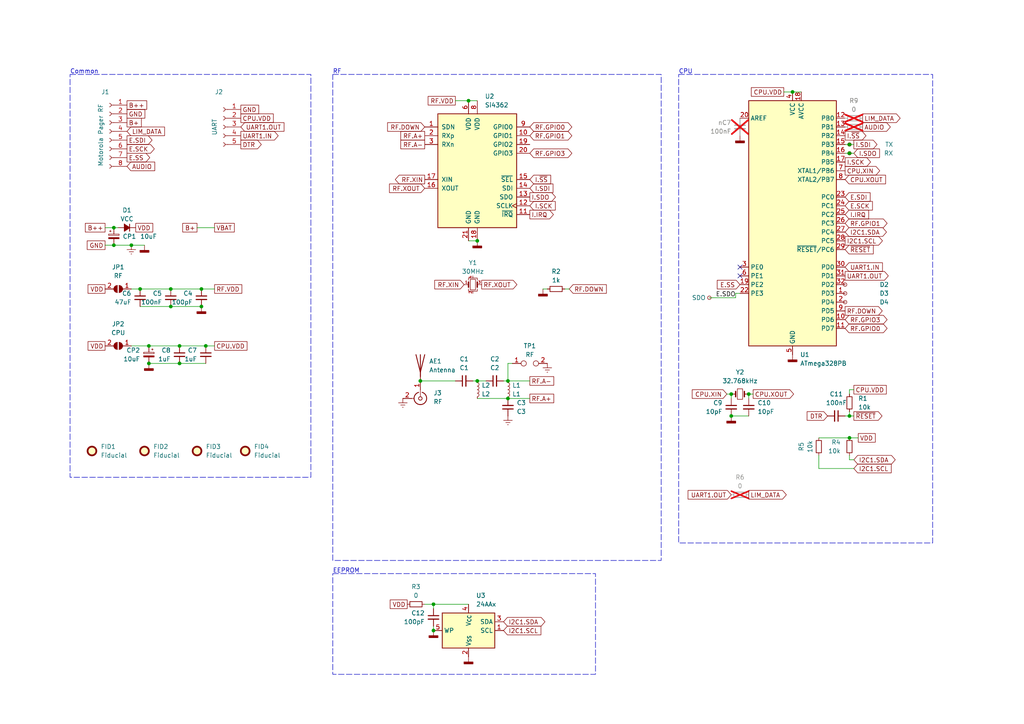
<source format=kicad_sch>
(kicad_sch (version 20230121) (generator eeschema)
  (paper "A4")
  (lib_symbols
    (symbol "Connector:Conn_01x05_Socket" (pin_names (offset 1.016) hide)
      (property "Reference" "J" (at 0 7.62 0))
      (property "Value" "Conn_01x05_Socket" (at 0 -7.62 0))
      (symbol "Conn_01x05_Socket_1_1"
        (arc (start 0 -4.572) (mid -0.5058 -5.08) (end 0 -5.588) (stroke (width 0.1524)))
        (arc (start 0 -2.032) (mid -0.5058 -2.54) (end 0 -3.048) (stroke (width 0.1524)))
        (polyline (pts (xy -1.27 -5.08) (xy -0.508 -5.08)) (stroke (width 0.1524)))
        (polyline (pts (xy -1.27 -2.54) (xy -0.508 -2.54)) (stroke (width 0.1524)))
        (polyline (pts (xy -1.27 0) (xy -0.508 0)) (stroke (width 0.1524)))
        (polyline (pts (xy -1.27 2.54) (xy -0.508 2.54)) (stroke (width 0.1524)))
        (polyline (pts (xy -1.27 5.08) (xy -0.508 5.08)) (stroke (width 0.1524)))
        (arc (start 0 0.508) (mid -0.5058 0) (end 0 -0.508) (stroke (width 0.1524)))
        (arc (start 0 3.048) (mid -0.5058 2.54) (end 0 2.032) (stroke (width 0.1524)))
        (arc (start 0 5.588) (mid -0.5058 5.08) (end 0 4.572) (stroke (width 0.1524)))
        (pin passive line (at -5.08 5.08 0) (length 3.81) (name "Pin_1") (number "1"))
        (pin passive line (at -5.08 2.54 0) (length 3.81) (name "Pin_2") (number "2"))
        (pin passive line (at -5.08 0 0) (length 3.81) (name "Pin_3") (number "3"))
        (pin passive line (at -5.08 -2.54 0) (length 3.81) (name "Pin_4") (number "4"))
        (pin passive line (at -5.08 -5.08 0) (length 3.81) (name "Pin_5") (number "5"))
      )
    )
    (symbol "Connector:Conn_01x08_Socket" (pin_names (offset 1.016) hide)
      (property "Reference" "J" (at 0 10.16 0))
      (property "Value" "Conn_01x08_Socket" (at 0 -12.7 0))
      (symbol "Conn_01x08_Socket_1_1"
        (arc (start 0 -9.652) (mid -0.5058 -10.16) (end 0 -10.668) (stroke (width 0.1524)))
        (arc (start 0 -7.112) (mid -0.5058 -7.62) (end 0 -8.128) (stroke (width 0.1524)))
        (arc (start 0 -4.572) (mid -0.5058 -5.08) (end 0 -5.588) (stroke (width 0.1524)))
        (arc (start 0 -2.032) (mid -0.5058 -2.54) (end 0 -3.048) (stroke (width 0.1524)))
        (polyline (pts (xy -1.27 -10.16) (xy -0.508 -10.16)) (stroke (width 0.1524)))
        (polyline (pts (xy -1.27 -7.62) (xy -0.508 -7.62)) (stroke (width 0.1524)))
        (polyline (pts (xy -1.27 -5.08) (xy -0.508 -5.08)) (stroke (width 0.1524)))
        (polyline (pts (xy -1.27 -2.54) (xy -0.508 -2.54)) (stroke (width 0.1524)))
        (polyline (pts (xy -1.27 0) (xy -0.508 0)) (stroke (width 0.1524)))
        (polyline (pts (xy -1.27 2.54) (xy -0.508 2.54)) (stroke (width 0.1524)))
        (polyline (pts (xy -1.27 5.08) (xy -0.508 5.08)) (stroke (width 0.1524)))
        (polyline (pts (xy -1.27 7.62) (xy -0.508 7.62)) (stroke (width 0.1524)))
        (arc (start 0 0.508) (mid -0.5058 0) (end 0 -0.508) (stroke (width 0.1524)))
        (arc (start 0 3.048) (mid -0.5058 2.54) (end 0 2.032) (stroke (width 0.1524)))
        (arc (start 0 5.588) (mid -0.5058 5.08) (end 0 4.572) (stroke (width 0.1524)))
        (arc (start 0 8.128) (mid -0.5058 7.62) (end 0 7.112) (stroke (width 0.1524)))
        (pin passive line (at -5.08 7.62 0) (length 3.81) (name "Pin_1") (number "1"))
        (pin passive line (at -5.08 5.08 0) (length 3.81) (name "Pin_2") (number "2"))
        (pin passive line (at -5.08 2.54 0) (length 3.81) (name "Pin_3") (number "3"))
        (pin passive line (at -5.08 0 0) (length 3.81) (name "Pin_4") (number "4"))
        (pin passive line (at -5.08 -2.54 0) (length 3.81) (name "Pin_5") (number "5"))
        (pin passive line (at -5.08 -5.08 0) (length 3.81) (name "Pin_6") (number "6"))
        (pin passive line (at -5.08 -7.62 0) (length 3.81) (name "Pin_7") (number "7"))
        (pin passive line (at -5.08 -10.16 0) (length 3.81) (name "Pin_8") (number "8"))
      )
    )
    (symbol "Connector:Conn_Coaxial" (pin_names (offset 1.016) hide)
      (property "Reference" "J" (at 0.254 3.048 0))
      (property "Value" "Conn_Coaxial" (at 2.921 0 90))
      (symbol "Conn_Coaxial_0_1"
        (arc (start -1.778 -0.508) (mid 0.2311 -1.8066) (end 1.778 0) (stroke (width 0.254)))
        (polyline (pts (xy -2.54 0) (xy -0.508 0)))
        (polyline (pts (xy 0 -2.54) (xy 0 -1.778)))
        (circle (center 0 0) (radius 0.508) (stroke (width 0.2032)))
        (arc (start 1.778 0) (mid 0.2099 1.8101) (end -1.778 0.508) (stroke (width 0.254)))
      )
      (symbol "Conn_Coaxial_1_1"
        (pin passive line (at -5.08 0 0) (length 2.54) (name "In") (number "1"))
        (pin passive line (at 0 -5.08 90) (length 2.54) (name "Ext") (number "2"))
      )
    )
    (symbol "Connector:TestPoint_2Pole" (pin_names (offset 0.762) hide)
      (property "Reference" "TP" (at 0 1.524 0))
      (property "Value" "TestPoint_2Pole" (at 0 -1.778 0))
      (symbol "TestPoint_2Pole_0_1"
        (circle (center -1.778 0) (radius 0.762))
        (circle (center 1.778 0) (radius 0.762))
        (pin passive line (at -5.08 0 0) (length 2.54) (name "1") (number "1"))
        (pin passive line (at 5.08 0 180) (length 2.54) (name "2") (number "2"))
      )
    )
    (symbol "Connector:TestPoint_Small" (pin_numbers hide) (pin_names (offset 0.762) hide)
      (property "Reference" "TP" (at 0 3.81 0))
      (property "Value" "TestPoint_Small" (at 0 2.032 0))
      (symbol "TestPoint_Small_0_1"
        (circle (center 0 0) (radius 0.508))
      )
      (symbol "TestPoint_Small_1_1"
        (pin passive line (at 0 0 90) (length 0) (name "1") (number "1"))
      )
    )
    (symbol "Device:Antenna" (pin_numbers hide) (pin_names (offset 1.016) hide)
      (property "Reference" "AE" (at -1.905 1.905 0))
      (property "Value" "Antenna" (at -1.905 0 0))
      (symbol "Antenna_0_1"
        (polyline (pts (xy 0 2.54) (xy 0 -3.81)) (stroke (width 0.254)))
        (polyline (pts (xy 1.27 2.54) (xy 0 -2.54) (xy -1.27 2.54)) (stroke (width 0.254)))
      )
      (symbol "Antenna_1_1"
        (pin input line (at 0 -5.08 90) (length 2.54) (name "A") (number "1"))
      )
    )
    (symbol "Device:C_Polarized_Small" (pin_numbers hide) (pin_names (offset 0.254) hide)
      (property "Reference" "C" (at 0.254 1.778 0))
      (property "Value" "C_Polarized_Small" (at 0.254 -2.032 0))
      (symbol "C_Polarized_Small_0_1"
        (rectangle (start -1.524 -0.3048) (end 1.524 -0.6858) (fill (type outline)))
        (rectangle (start -1.524 0.6858) (end 1.524 0.3048))
        (polyline (pts (xy -1.27 1.524) (xy -0.762 1.524)))
        (polyline (pts (xy -1.016 1.27) (xy -1.016 1.778)))
      )
      (symbol "C_Polarized_Small_1_1"
        (pin passive line (at 0 2.54 270) (length 1.8542) (name "~") (number "1"))
        (pin passive line (at 0 -2.54 90) (length 1.8542) (name "~") (number "2"))
      )
    )
    (symbol "Device:C_Small" (pin_numbers hide) (pin_names (offset 0.254) hide)
      (property "Reference" "C" (at 0.254 1.778 0))
      (property "Value" "C_Small" (at 0.254 -2.032 0))
      (symbol "C_Small_0_1"
        (polyline (pts (xy -1.524 -0.508) (xy 1.524 -0.508)) (stroke (width 0.3302)))
        (polyline (pts (xy -1.524 0.508) (xy 1.524 0.508)) (stroke (width 0.3048)))
      )
      (symbol "C_Small_1_1"
        (pin passive line (at 0 2.54 270) (length 2.032) (name "~") (number "1"))
        (pin passive line (at 0 -2.54 90) (length 2.032) (name "~") (number "2"))
      )
    )
    (symbol "Device:Crystal_GND24_Small" (pin_names (offset 1.016) hide)
      (property "Reference" "Y" (at 1.27 4.445 0))
      (property "Value" "Crystal_GND24_Small" (at 1.27 2.54 0))
      (symbol "Crystal_GND24_Small_0_1"
        (rectangle (start -0.762 -1.524) (end 0.762 1.524))
        (polyline (pts (xy -1.27 -0.762) (xy -1.27 0.762)) (stroke (width 0.381)))
        (polyline (pts (xy 1.27 -0.762) (xy 1.27 0.762)) (stroke (width 0.381)))
        (polyline (pts (xy -1.27 -1.27) (xy -1.27 -1.905) (xy 1.27 -1.905) (xy 1.27 -1.27)))
        (polyline (pts (xy -1.27 1.27) (xy -1.27 1.905) (xy 1.27 1.905) (xy 1.27 1.27)))
      )
      (symbol "Crystal_GND24_Small_1_1"
        (pin passive line (at -2.54 0 0) (length 1.27) (name "1") (number "1"))
        (pin passive line (at 0 -2.54 90) (length 0.635) (name "2") (number "2"))
        (pin passive line (at 2.54 0 180) (length 1.27) (name "3") (number "3"))
        (pin passive line (at 0 2.54 270) (length 0.635) (name "4") (number "4"))
      )
    )
    (symbol "Device:Crystal_Small" (pin_numbers hide) (pin_names (offset 1.016) hide)
      (property "Reference" "Y" (at 0 2.54 0))
      (property "Value" "Crystal_Small" (at 0 -2.54 0))
      (symbol "Crystal_Small_0_1"
        (rectangle (start -0.762 -1.524) (end 0.762 1.524))
        (polyline (pts (xy -1.27 -0.762) (xy -1.27 0.762)) (stroke (width 0.381)))
        (polyline (pts (xy 1.27 -0.762) (xy 1.27 0.762)) (stroke (width 0.381)))
      )
      (symbol "Crystal_Small_1_1"
        (pin passive line (at -2.54 0 0) (length 1.27) (name "1") (number "1"))
        (pin passive line (at 2.54 0 180) (length 1.27) (name "2") (number "2"))
      )
    )
    (symbol "Device:D_Small_Filled" (pin_numbers hide) (pin_names (offset 0.254) hide)
      (property "Reference" "D" (at -1.27 2.032 0))
      (property "Value" "D_Small_Filled" (at -3.81 -2.032 0))
      (symbol "D_Small_Filled_0_1"
        (polyline (pts (xy -0.762 -1.016) (xy -0.762 1.016)) (stroke (width 0.254)))
        (polyline (pts (xy -0.762 0) (xy 0.762 0)))
        (polyline (pts (xy 0.762 -1.016) (xy -0.762 0) (xy 0.762 1.016) (xy 0.762 -1.016)) (stroke (width 0.254)) (fill (type outline)))
      )
      (symbol "D_Small_Filled_1_1"
        (pin passive line (at -2.54 0 0) (length 1.778) (name "K") (number "1"))
        (pin passive line (at 2.54 0 180) (length 1.778) (name "A") (number "2"))
      )
    )
    (symbol "Device:L_Small" (pin_numbers hide) (pin_names (offset 0.254) hide)
      (property "Reference" "L" (at 0.762 1.016 0))
      (property "Value" "L_Small" (at 0.762 -1.016 0))
      (symbol "L_Small_0_1"
        (arc (start 0 -2.032) (mid 0.5058 -1.524) (end 0 -1.016))
        (arc (start 0 -1.016) (mid 0.5058 -0.508) (end 0 0))
        (arc (start 0 0) (mid 0.5058 0.508) (end 0 1.016))
        (arc (start 0 1.016) (mid 0.5058 1.524) (end 0 2.032))
      )
      (symbol "L_Small_1_1"
        (pin passive line (at 0 2.54 270) (length 0.508) (name "~") (number "1"))
        (pin passive line (at 0 -2.54 90) (length 0.508) (name "~") (number "2"))
      )
    )
    (symbol "Device:R_Small" (pin_numbers hide) (pin_names (offset 0.254) hide)
      (property "Reference" "R" (at 0.762 0.508 0))
      (property "Value" "R_Small" (at 0.762 -1.016 0))
      (symbol "R_Small_0_1"
        (rectangle (start -0.762 1.778) (end 0.762 -1.778) (stroke (width 0.2032)))
      )
      (symbol "R_Small_1_1"
        (pin passive line (at 0 2.54 270) (length 0.762) (name "~") (number "1"))
        (pin passive line (at 0 -2.54 90) (length 0.762) (name "~") (number "2"))
      )
    )
    (symbol "Jumper:SolderJumper_2_Open" (pin_names (offset 0) hide)
      (property "Reference" "JP" (at 0 2.032 0))
      (property "Value" "SolderJumper_2_Open" (at 0 -2.54 0))
      (symbol "SolderJumper_2_Open_0_1"
        (arc (start -0.254 1.016) (mid -1.2656 0) (end -0.254 -1.016))
        (arc (start -0.254 1.016) (mid -1.2656 0) (end -0.254 -1.016) (fill (type outline)))
        (polyline (pts (xy -0.254 1.016) (xy -0.254 -1.016)))
        (polyline (pts (xy 0.254 1.016) (xy 0.254 -1.016)))
        (arc (start 0.254 -1.016) (mid 1.2656 0) (end 0.254 1.016))
        (arc (start 0.254 -1.016) (mid 1.2656 0) (end 0.254 1.016) (fill (type outline)))
      )
      (symbol "SolderJumper_2_Open_1_1"
        (pin passive line (at -3.81 0 0) (length 2.54) (name "A") (number "1"))
        (pin passive line (at 3.81 0 180) (length 2.54) (name "B") (number "2"))
      )
    )
    (symbol "MCU_Microchip_ATmega:ATmega328PB-A"
      (property "Reference" "U" (at -12.7 36.83 0))
      (property "Value" "ATmega328PB-A" (at 2.54 -36.83 0))
      (symbol "ATmega328PB-A_0_1"
        (rectangle (start -12.7 -35.56) (end 12.7 35.56) (stroke (width 0.254)) (fill (type background)))
      )
      (symbol "ATmega328PB-A_1_1"
        (pin bidirectional line (at 15.24 -20.32 180) (length 2.54) (name "PD3") (number "1"))
        (pin bidirectional line (at 15.24 -27.94 180) (length 2.54) (name "PD6") (number "10"))
        (pin bidirectional line (at 15.24 -30.48 180) (length 2.54) (name "PD7") (number "11"))
        (pin bidirectional line (at 15.24 30.48 180) (length 2.54) (name "PB0") (number "12"))
        (pin bidirectional line (at 15.24 27.94 180) (length 2.54) (name "PB1") (number "13"))
        (pin bidirectional line (at 15.24 25.4 180) (length 2.54) (name "PB2") (number "14"))
        (pin bidirectional line (at 15.24 22.86 180) (length 2.54) (name "PB3") (number "15"))
        (pin bidirectional line (at 15.24 20.32 180) (length 2.54) (name "PB4") (number "16"))
        (pin bidirectional line (at 15.24 17.78 180) (length 2.54) (name "PB5") (number "17"))
        (pin power_in line (at 2.54 38.1 270) (length 2.54) (name "AVCC") (number "18"))
        (pin bidirectional line (at -15.24 -17.78 0) (length 2.54) (name "PE2") (number "19"))
        (pin bidirectional line (at 15.24 -22.86 180) (length 2.54) (name "PD4") (number "2"))
        (pin passive line (at -15.24 30.48 0) (length 2.54) (name "AREF") (number "20"))
        (pin passive line (at 0 -38.1 90) (length 2.54) hide (name "GND") (number "21"))
        (pin bidirectional line (at -15.24 -20.32 0) (length 2.54) (name "PE3") (number "22"))
        (pin bidirectional line (at 15.24 7.62 180) (length 2.54) (name "PC0") (number "23"))
        (pin bidirectional line (at 15.24 5.08 180) (length 2.54) (name "PC1") (number "24"))
        (pin bidirectional line (at 15.24 2.54 180) (length 2.54) (name "PC2") (number "25"))
        (pin bidirectional line (at 15.24 0 180) (length 2.54) (name "PC3") (number "26"))
        (pin bidirectional line (at 15.24 -2.54 180) (length 2.54) (name "PC4") (number "27"))
        (pin bidirectional line (at 15.24 -5.08 180) (length 2.54) (name "PC5") (number "28"))
        (pin bidirectional line (at 15.24 -7.62 180) (length 2.54) (name "~{RESET}/PC6") (number "29"))
        (pin bidirectional line (at -15.24 -12.7 0) (length 2.54) (name "PE0") (number "3"))
        (pin bidirectional line (at 15.24 -12.7 180) (length 2.54) (name "PD0") (number "30"))
        (pin bidirectional line (at 15.24 -15.24 180) (length 2.54) (name "PD1") (number "31"))
        (pin bidirectional line (at 15.24 -17.78 180) (length 2.54) (name "PD2") (number "32"))
        (pin power_in line (at 0 38.1 270) (length 2.54) (name "VCC") (number "4"))
        (pin power_in line (at 0 -38.1 90) (length 2.54) (name "GND") (number "5"))
        (pin bidirectional line (at -15.24 -15.24 0) (length 2.54) (name "PE1") (number "6"))
        (pin bidirectional line (at 15.24 15.24 180) (length 2.54) (name "XTAL1/PB6") (number "7"))
        (pin bidirectional line (at 15.24 12.7 180) (length 2.54) (name "XTAL2/PB7") (number "8"))
        (pin bidirectional line (at 15.24 -25.4 180) (length 2.54) (name "PD5") (number "9"))
      )
    )
    (symbol "Mechanical:Fiducial"
      (property "Reference" "FID" (at 0 5.08 0))
      (property "Value" "Fiducial" (at 0 3.175 0))
      (symbol "Fiducial_0_1"
        (circle (center 0 0) (radius 1.27) (stroke (width 0.508)) (fill (type background)))
      )
    )
    (symbol "Memory_EEPROM:24AA02-OT"
      (property "Reference" "U" (at -7.62 6.35 0))
      (property "Value" "24AA02-OT" (at 2.54 -6.35 0))
      (symbol "24AA02-OT_1_1"
        (rectangle (start -7.62 5.08) (end 7.62 -5.08) (stroke (width 0.254)) (fill (type background)))
        (pin input line (at 10.16 0 180) (length 2.54) (name "SCL") (number "1"))
        (pin power_in line (at 0 -7.62 90) (length 2.54) (name "V_{SS}") (number "2"))
        (pin bidirectional line (at 10.16 2.54 180) (length 2.54) (name "SDA") (number "3"))
        (pin power_in line (at 0 7.62 270) (length 2.54) (name "V_{CC}") (number "4"))
        (pin input line (at -10.16 0 0) (length 2.54) (name "WP") (number "5"))
      )
    )
    (symbol "RF_AM_FM:Si4362" (pin_names (offset 1.016))
      (property "Reference" "U" (at -5.08 19.685 0))
      (property "Value" "Si4362" (at -5.08 17.78 0))
      (symbol "Si4362_0_1"
        (rectangle (start -11.43 16.51) (end 11.43 -16.51) (stroke (width 0.254)) (fill (type background)))
      )
      (symbol "Si4362_1_1"
        (pin input line (at -15.24 12.7 0) (length 3.81) (name "SDN") (number "1"))
        (pin bidirectional line (at 15.24 10.16 180) (length 3.81) (name "GPIO1") (number "10"))
        (pin output line (at 15.24 -12.7 180) (length 3.81) (name "~{IRQ}") (number "11"))
        (pin input clock (at 15.24 -10.16 180) (length 3.81) (name "SCLK") (number "12"))
        (pin output line (at 15.24 -7.62 180) (length 3.81) (name "SDO") (number "13"))
        (pin input line (at 15.24 -5.08 180) (length 3.81) (name "SDI") (number "14"))
        (pin input line (at 15.24 -2.54 180) (length 3.81) (name "~{SEL}") (number "15"))
        (pin output line (at -15.24 -5.08 0) (length 3.81) (name "XOUT") (number "16"))
        (pin input line (at -15.24 -2.54 0) (length 3.81) (name "XIN") (number "17"))
        (pin power_in line (at 0 -20.32 90) (length 3.81) (name "GND") (number "18"))
        (pin bidirectional line (at 15.24 7.62 180) (length 3.81) (name "GPIO2") (number "19"))
        (pin input line (at -15.24 10.16 0) (length 3.81) (name "RXp") (number "2"))
        (pin bidirectional line (at 15.24 5.08 180) (length 3.81) (name "GPIO3") (number "20"))
        (pin power_in line (at -2.54 -20.32 90) (length 3.81) (name "GND") (number "21"))
        (pin input line (at -15.24 7.62 0) (length 3.81) (name "RXn") (number "3"))
        (pin no_connect line (at 2.54 -16.51 90) (length 3.81) hide (name "NC") (number "4"))
        (pin no_connect line (at 5.08 -16.51 90) (length 3.81) hide (name "NC") (number "5"))
        (pin power_in line (at -2.54 20.32 270) (length 3.81) (name "VDD") (number "6"))
        (pin no_connect line (at 7.62 -16.51 90) (length 3.81) hide (name "NC") (number "7"))
        (pin power_in line (at 0 20.32 270) (length 3.81) (name "VDD") (number "8"))
        (pin bidirectional line (at 15.24 12.7 180) (length 3.81) (name "GPIO0") (number "9"))
      )
    )
    (symbol "power:Earth" (power) (pin_names (offset 0))
      (symbol "Earth_0_1"
        (polyline (pts (xy -0.635 -1.905) (xy 0.635 -1.905)))
        (polyline (pts (xy -0.127 -2.54) (xy 0.127 -2.54)))
        (polyline (pts (xy 0 -1.27) (xy 0 0)))
        (polyline (pts (xy 1.27 -1.27) (xy -1.27 -1.27)))
      )
      (symbol "Earth_1_1"
        (pin power_in line (at 0 0 270) (length 0) hide (name "Earth") (number "1"))
      )
    )
    (symbol "power:GNDD" (power) (pin_names (offset 0))
      (property "Value" "GNDD" (at 0 -3.175 0))
      (symbol "GNDD_0_1"
        (rectangle (start -1.27 -1.524) (end 1.27 -2.032) (stroke (width 0.254)) (fill (type outline)))
        (polyline (pts (xy 0 0) (xy 0 -1.524)))
      )
      (symbol "GNDD_1_1"
        (pin power_in line (at 0 0 270) (length 0) hide (name "GNDD") (number "1"))
      )
    )
  )
  (junction (at 138.43 110.49))
  (junction (at 246.38 120.65))
  (junction (at 138.43 69.85))
  (junction (at 38.1 71.12))
  (junction (at 49.53 88.9))
  (junction (at 43.18 105.41))
  (junction (at 246.38 41.91))
  (junction (at 52.07 100.33))
  (junction (at 43.18 100.33))
  (junction (at 121.92 110.49))
  (junction (at 135.89 29.21))
  (junction (at 212.09 120.65))
  (junction (at 147.32 115.57))
  (junction (at 229.87 26.67))
  (junction (at 125.73 182.88))
  (junction (at 58.42 83.82))
  (junction (at 59.69 100.33))
  (junction (at 40.64 83.82))
  (junction (at 33.02 66.04))
  (junction (at 212.09 114.3))
  (junction (at 246.38 44.45))
  (junction (at 33.02 71.12))
  (junction (at 147.32 110.49))
  (junction (at 52.07 105.41))
  (junction (at 217.17 114.3))
  (junction (at 246.38 127))
  (junction (at 125.73 175.26))
  (junction (at 58.42 88.9))
  (junction (at 49.53 83.82))
  (no_connect (at 214.63 77.47))
  (no_connect (at 214.63 80.01))
  (wire (pts (xy 247.65 135.89) (xy 237.49 135.89)))
  (wire (pts (xy 135.89 69.85) (xy 138.43 69.85)))
  (wire (pts (xy 147.32 105.41) (xy 147.32 110.49)))
  (wire (pts (xy 148.59 105.41) (xy 147.32 105.41)))
  (wire (pts (xy 38.1 100.33) (xy 43.18 100.33)))
  (wire (pts (xy 246.38 119.38) (xy 246.38 120.65)))
  (wire (pts (xy 125.73 175.26) (xy 135.89 175.26)))
  (wire (pts (xy 137.16 110.49) (xy 138.43 110.49)))
  (wire (pts (xy 38.1 83.82) (xy 40.64 83.82)))
  (wire (pts (xy 247.65 133.35) (xy 246.38 133.35)))
  (wire (pts (xy 57.15 66.04) (xy 62.23 66.04)))
  (wire (pts (xy 212.09 115.57) (xy 212.09 114.3)))
  (wire (pts (xy 132.08 29.21) (xy 135.89 29.21)))
  (wire (pts (xy 43.18 100.33) (xy 52.07 100.33)))
  (wire (pts (xy 30.48 71.12) (xy 33.02 71.12)))
  (wire (pts (xy 217.17 115.57) (xy 217.17 114.3)))
  (wire (pts (xy 138.43 115.57) (xy 147.32 115.57)))
  (wire (pts (xy 246.38 133.35) (xy 246.38 132.08)))
  (wire (pts (xy 58.42 83.82) (xy 49.53 83.82)))
  (wire (pts (xy 125.73 181.61) (xy 125.73 182.88)))
  (wire (pts (xy 247.65 113.03) (xy 246.38 113.03)))
  (wire (pts (xy 246.38 127) (xy 248.92 127)))
  (wire (pts (xy 49.53 88.9) (xy 40.64 88.9)))
  (wire (pts (xy 246.38 113.03) (xy 246.38 114.3)))
  (wire (pts (xy 163.83 83.82) (xy 165.1 83.82)))
  (wire (pts (xy 246.38 41.91) (xy 245.11 41.91)))
  (wire (pts (xy 229.87 26.67) (xy 232.41 26.67)))
  (wire (pts (xy 210.82 114.3) (xy 212.09 114.3)))
  (wire (pts (xy 62.23 83.82) (xy 58.42 83.82)))
  (wire (pts (xy 205.74 86.36) (xy 213.36 86.36)))
  (wire (pts (xy 43.18 105.41) (xy 52.07 105.41)))
  (wire (pts (xy 147.32 115.57) (xy 153.67 115.57)))
  (wire (pts (xy 213.36 85.09) (xy 213.36 86.36)))
  (wire (pts (xy 123.19 175.26) (xy 125.73 175.26)))
  (wire (pts (xy 135.89 29.21) (xy 138.43 29.21)))
  (wire (pts (xy 246.38 44.45) (xy 245.11 44.45)))
  (wire (pts (xy 121.92 110.49) (xy 132.08 110.49)))
  (wire (pts (xy 59.69 100.33) (xy 62.23 100.33)))
  (wire (pts (xy 247.65 41.91) (xy 246.38 41.91)))
  (wire (pts (xy 49.53 83.82) (xy 40.64 83.82)))
  (wire (pts (xy 212.09 120.65) (xy 217.17 120.65)))
  (wire (pts (xy 58.42 88.9) (xy 49.53 88.9)))
  (wire (pts (xy 237.49 135.89) (xy 237.49 132.08)))
  (wire (pts (xy 125.73 176.53) (xy 125.73 175.26)))
  (wire (pts (xy 52.07 105.41) (xy 59.69 105.41)))
  (wire (pts (xy 52.07 100.33) (xy 59.69 100.33)))
  (wire (pts (xy 33.02 71.12) (xy 38.1 71.12)))
  (wire (pts (xy 34.29 66.04) (xy 33.02 66.04)))
  (wire (pts (xy 214.63 85.09) (xy 213.36 85.09)))
  (wire (pts (xy 245.11 120.65) (xy 246.38 120.65)))
  (wire (pts (xy 246.38 120.65) (xy 247.65 120.65)))
  (wire (pts (xy 33.02 66.04) (xy 30.48 66.04)))
  (wire (pts (xy 138.43 110.49) (xy 140.97 110.49)))
  (wire (pts (xy 146.05 110.49) (xy 147.32 110.49)))
  (wire (pts (xy 247.65 44.45) (xy 246.38 44.45)))
  (wire (pts (xy 218.44 114.3) (xy 217.17 114.3)))
  (wire (pts (xy 227.33 26.67) (xy 229.87 26.67)))
  (wire (pts (xy 147.32 110.49) (xy 153.67 110.49)))
  (wire (pts (xy 237.49 127) (xy 246.38 127)))
  (wire (pts (xy 157.48 83.82) (xy 158.75 83.82)))
  (wire (pts (xy 38.1 71.12) (xy 41.91 71.12)))
  (rectangle (start 196.85 21.59) (end 270.51 157.48) (stroke (width 0) (type dash)))
  (rectangle (start 20.32 21.59) (end 90.17 138.43) (stroke (width 0) (type dash)))
  (rectangle (start 96.52 21.59) (end 191.77 162.56) (stroke (width 0) (type dash)))
  (rectangle (start 96.52 166.37) (end 172.72 195.58) (stroke (width 0) (type dash)))
  (text "CPU" (at 196.85 21.59 0) (effects (font (size 1.27 1.27)) (justify left bottom)))
  (text "RF" (at 96.52 21.59 0) (effects (font (size 1.27 1.27)) (justify left bottom)))
  (text "EEPROM" (at 96.52 166.37 0) (effects (font (size 1.27 1.27)) (justify left bottom)))
  (text "Common\n" (at 20.32 21.59 0) (effects (font (size 1.27 1.27)) (justify left bottom)))
  (label "E.SDO" (at 213.36 86.36 180))
  (global_label "E.SCK" (shape input) (at 245.11 59.69 0) (property "Intersheetrefs" "${INTERSHEET_REFS}" (effects hide)))
  (global_label "I.~{SS}" (shape input) (at 153.67 52.07 0) (property "Intersheetrefs" "${INTERSHEET_REFS}" (effects hide)))
  (global_label "UART1.OUT" (shape input) (at 212.09 143.51 180) (property "Intersheetrefs" "${INTERSHEET_REFS}" (effects hide)))
  (global_label "RF.GPIO1" (shape bidirectional) (at 245.11 64.77 0) (property "Intersheetrefs" "${INTERSHEET_REFS}" (effects hide)))
  (global_label "RF.DOWN" (shape input) (at 165.1 83.82 0) (property "Intersheetrefs" "${INTERSHEET_REFS}" (effects hide)))
  (global_label "RF.GPIO0" (shape bidirectional) (at 153.67 36.83 0) (property "Intersheetrefs" "${INTERSHEET_REFS}" (effects hide)))
  (global_label "RF.A-" (shape passive) (at 153.67 110.49 0) (property "Intersheetrefs" "${INTERSHEET_REFS}" (effects hide)))
  (global_label "~{RESET}" (shape input) (at 245.11 72.39 0) (property "Intersheetrefs" "${INTERSHEET_REFS}" (effects hide)))
  (global_label "I.SCK" (shape input) (at 153.67 59.69 0) (property "Intersheetrefs" "${INTERSHEET_REFS}" (effects hide)))
  (global_label "I.SDO" (shape input) (at 247.65 44.45 0) (property "Intersheetrefs" "${INTERSHEET_REFS}" (effects hide)))
  (global_label "E.SDI" (shape input) (at 245.11 57.15 0) (property "Intersheetrefs" "${INTERSHEET_REFS}" (effects hide)))
  (global_label "CPU.VDD" (shape passive) (at 62.23 100.33 0) (property "Intersheetrefs" "${INTERSHEET_REFS}" (effects hide)) (property "Netclass" "Power" (effects hide)))
  (global_label "RF.XOUT" (shape output) (at 139.7 82.55 0) (property "Intersheetrefs" "${INTERSHEET_REFS}" (effects hide)))
  (global_label "CPU.XOUT" (shape output) (at 218.44 114.3 0) (property "Intersheetrefs" "${INTERSHEET_REFS}" (effects hide)))
  (global_label "GND" (shape passive) (at 69.85 31.75 0) (property "Intersheetrefs" "${INTERSHEET_REFS}" (effects hide)))
  (global_label "VDD" (shape passive) (at 30.48 100.33 180) (property "Intersheetrefs" "${INTERSHEET_REFS}" (effects hide)) (property "Netclass" "POWER" (effects hide)))
  (global_label "UART1.IN" (shape output) (at 69.85 39.37 0) (property "Intersheetrefs" "${INTERSHEET_REFS}" (effects hide)))
  (global_label "I.IRQ" (shape output) (at 153.67 62.23 0) (property "Intersheetrefs" "${INTERSHEET_REFS}" (effects hide)))
  (global_label "I.SDI" (shape input) (at 153.67 54.61 0) (property "Intersheetrefs" "${INTERSHEET_REFS}" (effects hide)))
  (global_label "LIM_DATA" (shape input) (at 36.83 38.1 0) (property "Intersheetrefs" "${INTERSHEET_REFS}" (effects hide)) (property "Netclass" "A" (effects hide)))
  (global_label "CPU.XIN" (shape output) (at 245.11 49.53 0) (property "Intersheetrefs" "${INTERSHEET_REFS}" (effects hide)))
  (global_label "I.SDO" (shape output) (at 153.67 57.15 0) (property "Intersheetrefs" "${INTERSHEET_REFS}" (effects hide)))
  (global_label "E.SCK" (shape output) (at 36.83 43.18 0) (property "Intersheetrefs" "${INTERSHEET_REFS}" (effects hide)))
  (global_label "UART1.OUT" (shape output) (at 245.11 80.01 0) (property "Intersheetrefs" "${INTERSHEET_REFS}" (effects hide)))
  (global_label "I2C1.SDA" (shape bidirectional) (at 146.05 180.34 0) (property "Intersheetrefs" "${INTERSHEET_REFS}" (effects hide)))
  (global_label "VDD" (shape passive) (at 248.92 127 0) (property "Intersheetrefs" "${INTERSHEET_REFS}" (effects hide)) (property "Netclass" "POWER" (effects hide)))
  (global_label "~{RESET}" (shape output) (at 247.65 120.65 0) (property "Intersheetrefs" "${INTERSHEET_REFS}" (effects hide)))
  (global_label "RF.GPIO1" (shape bidirectional) (at 153.67 39.37 0) (property "Intersheetrefs" "${INTERSHEET_REFS}" (effects hide)))
  (global_label "I.SDI" (shape output) (at 247.65 41.91 0) (property "Intersheetrefs" "${INTERSHEET_REFS}" (effects hide)))
  (global_label "VDD" (shape passive) (at 39.37 66.04 0) (property "Intersheetrefs" "${INTERSHEET_REFS}" (effects hide)) (property "Netclass" "Power" (effects hide)))
  (global_label "UART1.OUT" (shape input) (at 69.85 36.83 0) (property "Intersheetrefs" "${INTERSHEET_REFS}" (effects hide)))
  (global_label "I2C1.SDA" (shape bidirectional) (at 247.65 133.35 0) (property "Intersheetrefs" "${INTERSHEET_REFS}" (effects hide)))
  (global_label "AUDIO" (shape input) (at 36.83 48.26 0) (property "Intersheetrefs" "${INTERSHEET_REFS}" (effects hide)) (property "Netclass" "A" (effects hide)))
  (global_label "RF.DOWN" (shape input) (at 123.19 36.83 180) (property "Intersheetrefs" "${INTERSHEET_REFS}" (effects hide)))
  (global_label "RF.XOUT" (shape input) (at 123.19 54.61 180) (property "Intersheetrefs" "${INTERSHEET_REFS}" (effects hide)))
  (global_label "GND" (shape passive) (at 30.48 71.12 180) (property "Intersheetrefs" "${INTERSHEET_REFS}" (effects hide)) (property "Netclass" "POWER" (effects hide)))
  (global_label "B++" (shape passive) (at 30.48 66.04 180) (property "Intersheetrefs" "${INTERSHEET_REFS}" (effects hide)) (property "Netclass" "Power" (effects hide)) (property "Voltage" "3.15 VDC typical" (effects hide)))
  (global_label "RF.VDD" (shape passive) (at 132.08 29.21 180) (property "Intersheetrefs" "${INTERSHEET_REFS}" (effects hide)) (property "Netclass" "POWER" (effects hide)))
  (global_label "CPU.XOUT" (shape input) (at 245.11 52.07 0) (property "Intersheetrefs" "${INTERSHEET_REFS}" (effects hide)))
  (global_label "GND" (shape passive) (at 36.83 33.02 0) (property "Intersheetrefs" "${INTERSHEET_REFS}" (effects hide)) (property "Netclass" "POWER" (effects hide)))
  (global_label "CPU.VDD" (shape passive) (at 227.33 26.67 180) (property "Intersheetrefs" "${INTERSHEET_REFS}" (effects hide)) (property "Netclass" "POWER" (effects hide)))
  (global_label "I2C1.SCL" (shape input) (at 247.65 135.89 0) (property "Intersheetrefs" "${INTERSHEET_REFS}" (effects hide)))
  (global_label "RF.A+" (shape passive) (at 153.67 115.57 0) (property "Intersheetrefs" "${INTERSHEET_REFS}" (effects hide)) (property "Netclass" "RF" (effects hide)))
  (global_label "RF.XIN" (shape output) (at 123.19 52.07 180) (property "Intersheetrefs" "${INTERSHEET_REFS}" (effects hide)))
  (global_label "RF.A+" (shape passive) (at 123.19 39.37 180) (property "Intersheetrefs" "${INTERSHEET_REFS}" (effects hide)) (property "Netclass" "RF" (effects hide)))
  (global_label "I.IRQ" (shape input) (at 245.11 62.23 0) (property "Intersheetrefs" "${INTERSHEET_REFS}" (effects hide)))
  (global_label "UART1.IN" (shape input) (at 245.11 77.47 0) (property "Intersheetrefs" "${INTERSHEET_REFS}" (effects hide)))
  (global_label "E.SS" (shape output) (at 36.83 45.72 0) (property "Intersheetrefs" "${INTERSHEET_REFS}" (effects hide)))
  (global_label "VDD" (shape passive) (at 30.48 83.82 180) (property "Intersheetrefs" "${INTERSHEET_REFS}" (effects hide)) (property "Netclass" "Power" (effects hide)))
  (global_label "CPU.VDD" (shape passive) (at 247.65 113.03 0) (property "Intersheetrefs" "${INTERSHEET_REFS}" (effects hide)) (property "Netclass" "POWER" (effects hide)))
  (global_label "RF.A-" (shape passive) (at 123.19 41.91 180) (property "Intersheetrefs" "${INTERSHEET_REFS}" (effects hide)))
  (global_label "E.SDI" (shape output) (at 36.83 40.64 0) (property "Intersheetrefs" "${INTERSHEET_REFS}" (effects hide)))
  (global_label "RF.DOWN" (shape output) (at 245.11 90.17 0) (property "Intersheetrefs" "${INTERSHEET_REFS}" (effects hide)))
  (global_label "RF.GPIO3" (shape bidirectional) (at 153.67 44.45 0) (property "Intersheetrefs" "${INTERSHEET_REFS}" (effects hide)))
  (global_label "CPU.XIN" (shape input) (at 210.82 114.3 180) (property "Intersheetrefs" "${INTERSHEET_REFS}" (effects hide)))
  (global_label "RF.GPIO3" (shape bidirectional) (at 245.11 92.71 0) (property "Intersheetrefs" "${INTERSHEET_REFS}" (effects hide)))
  (global_label "LIM_DATA" (shape output) (at 250.19 34.29 0) (property "Intersheetrefs" "${INTERSHEET_REFS}" (effects hide)) (property "Netclass" "A" (effects hide)))
  (global_label "DTR" (shape input) (at 240.03 120.65 180) (property "Intersheetrefs" "${INTERSHEET_REFS}" (effects hide)))
  (global_label "VBAT" (shape passive) (at 62.23 66.04 0) (property "Intersheetrefs" "${INTERSHEET_REFS}" (effects hide)) (property "Netclass" "Power" (effects hide)))
  (global_label "I2C1.SDA" (shape bidirectional) (at 245.11 67.31 0) (property "Intersheetrefs" "${INTERSHEET_REFS}" (effects hide)))
  (global_label "I.~{SS}" (shape output) (at 245.11 39.37 0) (property "Intersheetrefs" "${INTERSHEET_REFS}" (effects hide)))
  (global_label "VDD" (shape passive) (at 118.11 175.26 180) (property "Intersheetrefs" "${INTERSHEET_REFS}" (effects hide)) (property "Netclass" "POWER" (effects hide)))
  (global_label "RF.XIN" (shape input) (at 134.62 82.55 180) (property "Intersheetrefs" "${INTERSHEET_REFS}" (effects hide)))
  (global_label "E.SS" (shape input) (at 214.63 82.55 180) (property "Intersheetrefs" "${INTERSHEET_REFS}" (effects hide)))
  (global_label "DTR" (shape output) (at 69.85 41.91 0) (property "Intersheetrefs" "${INTERSHEET_REFS}" (effects hide)))
  (global_label "B+" (shape passive) (at 57.15 66.04 180) (property "Intersheetrefs" "${INTERSHEET_REFS}" (effects hide)) (property "Netclass" "Power" (effects hide)) (property "Voltage" "3.15 VDC typical" (effects hide)))
  (global_label "I2C1.SCL" (shape output) (at 245.11 69.85 0) (property "Intersheetrefs" "${INTERSHEET_REFS}" (effects hide)))
  (global_label "LIM_DATA" (shape output) (at 217.17 143.51 0) (property "Intersheetrefs" "${INTERSHEET_REFS}" (effects hide)) (property "Netclass" "A" (effects hide)))
  (global_label "RF.VDD" (shape passive) (at 62.23 83.82 0) (property "Intersheetrefs" "${INTERSHEET_REFS}" (effects hide)) (property "Netclass" "Power" (effects hide)))
  (global_label "AUDIO" (shape output) (at 250.19 36.83 0) (property "Intersheetrefs" "${INTERSHEET_REFS}" (effects hide)) (property "Netclass" "A" (effects hide)))
  (global_label "I.SCK" (shape output) (at 245.11 46.99 0) (property "Intersheetrefs" "${INTERSHEET_REFS}" (effects hide)))
  (global_label "CPU.VDD" (shape passive) (at 69.85 34.29 0) (property "Intersheetrefs" "${INTERSHEET_REFS}" (effects hide)))
  (global_label "RF.GPIO0" (shape bidirectional) (at 245.11 95.25 0) (property "Intersheetrefs" "${INTERSHEET_REFS}" (effects hide)))
  (global_label "I2C1.SCL" (shape input) (at 146.05 182.88 0) (property "Intersheetrefs" "${INTERSHEET_REFS}" (effects hide)))
  (global_label "B++" (shape passive) (at 36.83 30.48 0) (property "Intersheetrefs" "${INTERSHEET_REFS}" (effects hide)) (property "Netclass" "POWER" (effects hide)) (property "Voltage" "3.15 VDC typical" (effects hide)))
  (global_label "B+" (shape passive) (at 36.83 35.56 0) (property "Intersheetrefs" "${INTERSHEET_REFS}" (effects hide)) (property "Netclass" "POWER" (effects hide)) (property "Netclass" "1.4V typical" (effects hide)))
  (symbol (lib_id "Device:Crystal_Small") (at 214.63 114.3 0) (mirror y) (unit 1)
    (property "Reference" "Y2" (at 214.63 107.95 0))
    (property "Value" "32.768kHz" (at 214.63 110.49 0))
    (property "Footprint" "Crystal:Crystal_SMD_EuroQuartz_EQ161-2Pin_3.2x1.5mm_HandSoldering" (effects hide))
    (property "Datasheet" "https://www.mouser.co.uk/datasheet/2/122/ECX_34R-845158.pdf" (effects hide))
    (property "Manufacturer_Part_Number" "ECS-.327-6-34R-TR" (effects hide))
    (property "Mouser Part Number" "520-.327-6-34RT" (effects hide))
  )
  (symbol (lib_id "Device:C_Small") (at 59.69 102.87 0) (unit 1)
    (property "Reference" "C7" (at 57.15 101.6063 0) (effects (justify right)))
    (property "Value" "1uF" (at 57.15 104.1463 0) (effects (justify right)))
    (property "Footprint" "Capacitor_SMD:C_0603_1608Metric_Pad1.08x0.95mm_HandSolder" (effects hide))
    (property "Mouser Part Number" "581-06035C105KAT2A" (effects hide))
  )
  (symbol (lib_id "Connector:TestPoint_Small") (at 205.74 86.36 0) (unit 1)
    (property "Reference" "TP2" (effects hide))
    (property "Value" "SDO" (at 200.66 86.36 0) (effects (justify left)))
    (property "Footprint" "TestPoint:TestPoint_Pad_1.0x1.0mm" (effects hide))
  )
  (symbol (lib_id "Device:C_Small") (at 214.63 36.83 0) (mirror y) (unit 1) (on_board no) (dnp yes)
    (property "Reference" "nC7" (at 212.09 35.5663 0) (effects (justify left)))
    (property "Value" "100nF" (at 212.09 38.1063 0) (effects (justify left)))
    (property "Footprint" "Capacitor_SMD:C_0603_1608Metric_Pad1.08x0.95mm_HandSolder" (effects hide))
  )
  (symbol (lib_id "power:GNDD") (at 212.09 120.65 0) (mirror y) (unit 1)
    (property "Reference" "#PWR017" (effects hide))
    (property "Value" "GNDD" (effects hide))
  )
  (symbol (lib_id "Connector:TestPoint_Small") (at 245.11 85.09 180) (unit 1)
    (property "Reference" "TP5" (effects hide))
    (property "Value" "D3" (at 257.81 85.09 0) (effects (justify left)))
    (property "Footprint" "TestPoint:TestPoint_THTPad_1.0x1.0mm_Drill0.5mm" (effects hide))
  )
  (symbol (lib_id "Device:C_Small") (at 52.07 102.87 0) (unit 1)
    (property "Reference" "C8" (at 49.53 101.6063 0) (effects (justify right)))
    (property "Value" "1uF" (at 49.53 104.1463 0) (effects (justify right)))
    (property "Footprint" "Capacitor_SMD:C_0603_1608Metric_Pad1.08x0.95mm_HandSolder" (effects hide))
    (property "Mouser Part Number" "581-06035C105KAT2A" (effects hide))
  )
  (symbol (lib_id "power:GNDD") (at 58.42 88.9 0) (mirror y) (unit 1)
    (property "Reference" "#PWR04" (effects hide))
    (property "Value" "GNDD" (effects hide))
  )
  (symbol (lib_id "power:Earth") (at 38.1 71.12 0) (unit 1)
    (property "Reference" "#PWR02" (effects hide))
    (property "Value" "Earth" (effects hide))
  )
  (symbol (lib_id "power:Earth") (at 158.75 105.41 0) (unit 1)
    (property "Reference" "#PWR013" (effects hide))
    (property "Value" "Earth" (effects hide))
  )
  (symbol (lib_id "Device:R_Small") (at 246.38 129.54 0) (mirror x) (unit 1)
    (property "Reference" "R4" (at 243.84 128.27 0) (effects (justify right)))
    (property "Value" "10k" (at 243.84 130.81 0) (effects (justify right)))
    (property "Footprint" "Resistor_SMD:R_0603_1608Metric_Pad0.98x0.95mm_HandSolder" (effects hide))
    (property "Mouser Part Number" "71-CRCW0603-10K-E3" (effects hide))
  )
  (symbol (lib_id "power:GNDD") (at 135.89 190.5 0) (mirror y) (unit 1)
    (property "Reference" "#PWR018" (effects hide))
    (property "Value" "GNDD" (effects hide))
  )
  (symbol (lib_id "MCU_Microchip_ATmega:ATmega328PB-A") (at 229.87 64.77 0) (unit 1)
    (property "Reference" "U1" (at 232.0641 102.87 0) (effects (justify left)))
    (property "Value" "ATmega328PB" (at 232.0641 105.41 0) (effects (justify left)))
    (property "Footprint" "Package_QFP:TQFP-32_7x7mm_P0.8mm" (effects hide))
    (property "Datasheet" "http://ww1.microchip.com/downloads/en/DeviceDoc/40001906C.pdf" (effects hide))
    (property "Mouser Part Number" "556-ATMEGA328PB-ANR" (effects hide))
  )
  (symbol (lib_id "Connector:TestPoint_2Pole") (at 153.67 105.41 0) (unit 1) (in_bom no)
    (property "Reference" "TP1" (at 153.67 100.33 0))
    (property "Value" "RF" (at 153.67 102.87 0))
    (property "Footprint" "TestPoint:TestPoint_2Pads_Pitch2.54mm_Drill0.8mm" (effects hide))
  )
  (symbol (lib_id "Device:Antenna") (at 121.92 105.41 0) (unit 1)
    (property "Reference" "AE1" (at 124.46 104.775 0) (effects (justify left)))
    (property "Value" "Antenna" (at 124.46 107.315 0) (effects (justify left)))
  )
  (symbol (lib_id "Device:R_Small") (at 237.49 129.54 0) (mirror y) (unit 1)
    (property "Reference" "R5" (at 232.41 129.54 90))
    (property "Value" "10k" (at 234.95 129.54 90))
    (property "Footprint" "Resistor_SMD:R_0603_1608Metric_Pad0.98x0.95mm_HandSolder" (effects hide))
    (property "Mouser Part Number" "71-CRCW0603-10K-E3" (effects hide))
  )
  (symbol (lib_id "Connector:TestPoint_Small") (at 245.11 87.63 180) (unit 1)
    (property "Reference" "TP6" (effects hide))
    (property "Value" "D4" (at 257.81 87.63 0) (effects (justify left)))
    (property "Footprint" "TestPoint:TestPoint_THTPad_1.0x1.0mm_Drill0.5mm" (effects hide))
  )
  (symbol (lib_id "Device:C_Small") (at 217.17 118.11 0) (mirror y) (unit 1)
    (property "Reference" "C10" (at 219.71 116.8463 0) (effects (justify right)))
    (property "Value" "10pF" (at 219.71 119.3863 0) (effects (justify right)))
    (property "Footprint" "Capacitor_SMD:C_0603_1608Metric_Pad1.08x0.95mm_HandSolder" (effects hide))
  )
  (symbol (lib_id "Device:C_Small") (at 212.09 118.11 0) (unit 1)
    (property "Reference" "C9" (at 209.55 116.8463 0) (effects (justify right)))
    (property "Value" "10pF" (at 209.55 119.3863 0) (effects (justify right)))
    (property "Footprint" "Capacitor_SMD:C_0603_1608Metric_Pad1.08x0.95mm_HandSolder" (effects hide))
  )
  (symbol (lib_id "Device:R_Small") (at 247.65 34.29 270) (mirror x) (unit 1) (dnp yes)
    (property "Reference" "R9" (at 247.65 29.21 90))
    (property "Value" "0" (at 247.65 31.75 90))
    (property "Footprint" "Resistor_SMD:R_0603_1608Metric_Pad0.98x0.95mm_HandSolder" (effects hide))
  )
  (symbol (lib_id "Jumper:SolderJumper_2_Open") (at 34.29 83.82 0) (mirror y) (unit 1)
    (property "Reference" "JP1" (at 34.29 77.47 0))
    (property "Value" "RF" (at 34.29 80.01 0))
    (property "Footprint" "Jumper:SolderJumper-2_P1.3mm_Open_RoundedPad1.0x1.5mm" (effects hide))
  )
  (symbol (lib_id "Device:C_Polarized_Small") (at 33.02 68.58 0) (unit 1)
    (property "Reference" "CP1" (at 35.56 68.58 0) (effects (justify left)))
    (property "Value" "10uF" (at 40.64 68.58 0) (effects (justify left)))
    (property "Footprint" "Capacitor_Tantalum_SMD:CP_EIA-2012-12_Kemet-R_Pad1.30x1.05mm_HandSolder" (effects hide))
    (property "Mouser Part Number" "80-T529P106M06AAE200" (effects hide))
  )
  (symbol (lib_id "power:Earth") (at 116.84 115.57 0) (unit 1)
    (property "Reference" "#PWR012" (effects hide))
    (property "Value" "Earth" (effects hide))
  )
  (symbol (lib_id "Device:C_Small") (at 125.73 179.07 0) (mirror y) (unit 1)
    (property "Reference" "C12" (at 123.19 177.8063 0) (effects (justify left)))
    (property "Value" "100pF" (at 123.19 180.3463 0) (effects (justify left)))
    (property "Footprint" "Capacitor_SMD:C_0603_1608Metric_Pad1.08x0.95mm_HandSolder" (effects hide))
    (property "Mouser Part Number" "77-VJ0603A101FXAAC" (effects hide))
  )
  (symbol (lib_id "Device:C_Small") (at 143.51 110.49 90) (unit 1)
    (property "Reference" "C2" (at 143.5163 104.14 90))
    (property "Value" "C2" (at 143.5163 106.68 90))
    (property "Footprint" "Capacitor_SMD:C_0603_1608Metric_Pad1.08x0.95mm_HandSolder" (effects hide))
  )
  (symbol (lib_id "Device:C_Small") (at 242.57 120.65 270) (mirror x) (unit 1)
    (property "Reference" "C11" (at 242.57 114.3 90))
    (property "Value" "100nF" (at 242.57 116.84 90))
    (property "Footprint" "Capacitor_SMD:C_0603_1608Metric_Pad1.08x0.95mm_HandSolder" (effects hide))
    (property "Mouser Part Number" "80-C0603X104K1RACTU" (effects hide))
  )
  (symbol (lib_id "Mechanical:Fiducial") (at 26.67 130.81 0) (unit 1)
    (property "Reference" "FID1" (at 29.21 129.54 0) (effects (justify left)))
    (property "Value" "Fiducial" (at 29.21 132.08 0) (effects (justify left)))
    (property "Footprint" "Fiducial:Fiducial_0.5mm_Mask1.5mm" (effects hide))
  )
  (symbol (lib_id "Device:C_Small") (at 40.64 86.36 0) (mirror y) (unit 1)
    (property "Reference" "C6" (at 38.1 85.0963 0) (effects (justify left)))
    (property "Value" "47uF" (at 38.1 87.6363 0) (effects (justify left)))
    (property "Footprint" "Capacitor_SMD:C_0603_1608Metric_Pad1.08x0.95mm_HandSolder" (effects hide))
    (property "Mouser Part Number" "581-KGM15CR50J476MT" (effects hide))
  )
  (symbol (lib_id "Device:L_Small") (at 138.43 113.03 0) (unit 1)
    (property "Reference" "L2" (at 139.7 111.76 0) (effects (justify left)))
    (property "Value" "L2" (at 139.7 114.3 0) (effects (justify left)))
    (property "Footprint" "Inductor_SMD:L_0603_1608Metric_Pad1.05x0.95mm_HandSolder" (effects hide))
  )
  (symbol (lib_id "Device:R_Small") (at 247.65 36.83 270) (mirror x) (unit 1) (dnp yes)
    (property "Reference" "R7" (effects hide))
    (property "Value" "0" (effects hide))
    (property "Footprint" "Resistor_SMD:R_0603_1608Metric_Pad0.98x0.95mm_HandSolder" (effects hide))
  )
  (symbol (lib_id "Connector:TestPoint_Small") (at 246.38 44.45 180) (unit 1)
    (property "Reference" "TP4" (effects hide))
    (property "Value" "RX" (at 259.08 44.45 0) (effects (justify left)))
    (property "Footprint" "TestPoint:TestPoint_THTPad_1.0x1.0mm_Drill0.5mm" (effects hide))
  )
  (symbol (lib_id "Device:R_Small") (at 214.63 143.51 270) (mirror x) (unit 1) (dnp yes)
    (property "Reference" "R6" (at 214.63 138.43 90))
    (property "Value" "0" (at 214.63 140.97 90))
    (property "Footprint" "Resistor_SMD:R_0603_1608Metric_Pad0.98x0.95mm_HandSolder" (effects hide))
  )
  (symbol (lib_id "Device:C_Small") (at 134.62 110.49 90) (unit 1)
    (property "Reference" "C1" (at 134.6263 104.14 90))
    (property "Value" "C1" (at 134.6263 106.68 90))
    (property "Footprint" "Capacitor_SMD:C_0603_1608Metric_Pad1.08x0.95mm_HandSolder" (effects hide))
  )
  (symbol (lib_id "Device:Crystal_GND24_Small") (at 137.16 82.55 0) (unit 1)
    (property "Reference" "Y1" (at 137.16 76.2 0))
    (property "Value" "30MHz" (at 137.16 78.74 0))
    (property "Footprint" "Crystal:Crystal_SMD_2016-4Pin_2.0x1.6mm" (effects hide))
    (property "Mouser Part Number" "581-CX2016SA30DKSRCC" (effects hide))
  )
  (symbol (lib_id "power:GNDD") (at 157.48 83.82 0) (mirror y) (unit 1)
    (property "Reference" "#PWR011" (effects hide))
    (property "Value" "GNDD" (effects hide))
  )
  (symbol (lib_id "Device:R_Small") (at 120.65 175.26 270) (mirror x) (unit 1)
    (property "Reference" "R3" (at 120.65 170.18 90))
    (property "Value" "0" (at 120.65 172.72 90))
    (property "Footprint" "Resistor_SMD:R_0603_1608Metric_Pad0.98x0.95mm_HandSolder" (effects hide))
  )
  (symbol (lib_id "Memory_EEPROM:24AA02-OT") (at 135.89 182.88 0) (unit 1)
    (property "Reference" "U3" (at 138.0841 172.72 0) (effects (justify left)))
    (property "Value" "24AAx" (at 138.0841 175.26 0) (effects (justify left)))
    (property "Footprint" "Package_TO_SOT_SMD:SOT-23-5" (effects hide))
    (property "Datasheet" "http://ww1.microchip.com/downloads/en/DeviceDoc/21709J.pdf" (effects hide))
    (property "Mouser Part Number" "579-24FC04T-E/OT" (effects hide))
  )
  (symbol (lib_id "power:Earth") (at 147.32 120.65 0) (unit 1)
    (property "Reference" "#PWR01" (effects hide))
    (property "Value" "Earth" (effects hide))
  )
  (symbol (lib_id "Device:C_Polarized_Small") (at 43.18 102.87 0) (mirror y) (unit 1)
    (property "Reference" "CP2" (at 40.64 101.6 0) (effects (justify left)))
    (property "Value" "10uF" (at 40.64 104.14 0) (effects (justify left)))
    (property "Footprint" "Capacitor_Tantalum_SMD:CP_EIA-2012-12_Kemet-R_Pad1.30x1.05mm_HandSolder" (effects hide))
    (property "Mouser Part Number" "80-T529P106M06AAE200" (effects hide))
  )
  (symbol (lib_id "Device:C_Small") (at 49.53 86.36 0) (mirror y) (unit 1)
    (property "Reference" "C5" (at 46.99 85.0963 0) (effects (justify left)))
    (property "Value" "100nF" (at 46.99 87.6363 0) (effects (justify left)))
    (property "Footprint" "Capacitor_SMD:C_0603_1608Metric_Pad1.08x0.95mm_HandSolder" (effects hide))
    (property "Mouser Part Number" "80-C0603X104K1RACTU" (effects hide))
  )
  (symbol (lib_id "Connector:TestPoint_Small") (at 245.11 82.55 180) (unit 1)
    (property "Reference" "TP7" (effects hide))
    (property "Value" "D2" (at 257.81 82.55 0) (effects (justify left)))
    (property "Footprint" "TestPoint:TestPoint_THTPad_1.0x1.0mm_Drill0.5mm" (effects hide))
  )
  (symbol (lib_id "Device:R_Small") (at 246.38 116.84 0) (mirror y) (unit 1)
    (property "Reference" "R1" (at 248.92 115.57 0) (effects (justify right)))
    (property "Value" "10k" (at 248.92 118.11 0) (effects (justify right)))
    (property "Footprint" "Resistor_SMD:R_0603_1608Metric_Pad0.98x0.95mm_HandSolder" (effects hide))
    (property "Mouser Part Number" "71-CRCW0603-10K-E3" (effects hide))
  )
  (symbol (lib_id "Mechanical:Fiducial") (at 41.91 130.81 0) (unit 1)
    (property "Reference" "FID2" (at 44.45 129.54 0) (effects (justify left)))
    (property "Value" "Fiducial" (at 44.45 132.08 0) (effects (justify left)))
    (property "Footprint" "Fiducial:Fiducial_0.5mm_Mask1.5mm" (effects hide))
  )
  (symbol (lib_id "Device:C_Small") (at 58.42 86.36 0) (mirror y) (unit 1)
    (property "Reference" "C4" (at 55.88 85.0963 0) (effects (justify left)))
    (property "Value" "100pF" (at 55.88 87.6363 0) (effects (justify left)))
    (property "Footprint" "Capacitor_SMD:C_0603_1608Metric_Pad1.08x0.95mm_HandSolder" (effects hide))
    (property "Mouser Part Number" "77-VJ0603A101FXAAC" (effects hide))
  )
  (symbol (lib_id "Connector:TestPoint_Small") (at 246.38 41.91 180) (unit 1)
    (property "Reference" "TP3" (effects hide))
    (property "Value" "TX" (at 259.08 41.91 0) (effects (justify left)))
    (property "Footprint" "TestPoint:TestPoint_THTPad_1.0x1.0mm_Drill0.5mm" (effects hide))
  )
  (symbol (lib_id "power:GNDD") (at 214.63 39.37 0) (mirror y) (unit 1)
    (property "Reference" "#PWR016" (effects hide))
    (property "Value" "GNDD" (effects hide))
  )
  (symbol (lib_id "power:GNDD") (at 138.43 69.85 0) (unit 1)
    (property "Reference" "#PWR05" (effects hide))
    (property "Value" "GNDD" (effects hide))
  )
  (symbol (lib_id "Connector:Conn_Coaxial") (at 121.92 115.57 270) (unit 1)
    (property "Reference" "J3" (at 125.73 113.9825 90) (effects (justify left)))
    (property "Value" "RF" (at 125.73 116.5225 90) (effects (justify left)))
    (property "Footprint" "Connector_Coaxial:U.FL_Molex_MCRF_73412-0110_Vertical" (effects hide))
    (property "Datasheet" " ~" (effects hide))
  )
  (symbol (lib_id "Device:R_Small") (at 161.29 83.82 90) (unit 1)
    (property "Reference" "R2" (at 161.29 78.74 90))
    (property "Value" "1k" (at 161.29 81.28 90))
    (property "Footprint" "Resistor_SMD:R_0603_1608Metric_Pad0.98x0.95mm_HandSolder" (effects hide))
    (property "Mouser Part Number" "652-CHP0603QFX-1001E" (effects hide))
  )
  (symbol (lib_id "Mechanical:Fiducial") (at 57.15 130.81 0) (unit 1)
    (property "Reference" "FID3" (at 59.69 129.54 0) (effects (justify left)))
    (property "Value" "Fiducial" (at 59.69 132.08 0) (effects (justify left)))
    (property "Footprint" "Fiducial:Fiducial_0.5mm_Mask1.5mm" (effects hide))
  )
  (symbol (lib_id "power:GNDD") (at 125.73 182.88 0) (mirror y) (unit 1)
    (property "Reference" "#PWR019" (effects hide))
    (property "Value" "GNDD" (effects hide))
  )
  (symbol (lib_id "RF_AM_FM:Si4362") (at 138.43 49.53 0) (unit 1)
    (property "Reference" "U2" (at 140.6241 27.94 0) (effects (justify left)))
    (property "Value" "Si4362" (at 140.6241 30.48 0) (effects (justify left)))
    (property "Footprint" "Package_DFN_QFN:QFN-20-1EP_4x4mm_P0.5mm_EP2.5x2.5mm" (effects hide))
    (property "Datasheet" "http://www.silabs.com/Support%20Documents/TechnicalDocs/Si4362.pdf" (effects hide))
    (property "Mouser Part Number" "634-SI4362-B1B-FMR" (effects hide))
  )
  (symbol (lib_id "Device:C_Small") (at 147.32 118.11 180) (unit 1)
    (property "Reference" "C3" (at 149.86 116.8336 0) (effects (justify right)))
    (property "Value" "C3" (at 149.86 119.3736 0) (effects (justify right)))
    (property "Footprint" "Capacitor_SMD:C_0603_1608Metric_Pad1.08x0.95mm_HandSolder" (effects hide))
  )
  (symbol (lib_id "power:GNDD") (at 41.91 71.12 0) (unit 1)
    (property "Reference" "#PWR03" (effects hide))
    (property "Value" "GNDD" (effects hide))
  )
  (symbol (lib_id "Mechanical:Fiducial") (at 71.12 130.81 0) (unit 1)
    (property "Reference" "FID4" (at 73.66 129.54 0) (effects (justify left)))
    (property "Value" "Fiducial" (at 73.66 132.08 0) (effects (justify left)))
    (property "Footprint" "Fiducial:Fiducial_0.5mm_Mask1.5mm" (effects hide))
  )
  (symbol (lib_id "Jumper:SolderJumper_2_Open") (at 34.29 100.33 0) (mirror y) (unit 1)
    (property "Reference" "JP2" (at 34.29 93.98 0))
    (property "Value" "CPU" (at 34.29 96.52 0))
    (property "Footprint" "Jumper:SolderJumper-2_P1.3mm_Open_RoundedPad1.0x1.5mm" (effects hide))
  )
  (symbol (lib_id "power:GNDD") (at 43.18 105.41 0) (mirror y) (unit 1)
    (property "Reference" "#PWR010" (effects hide))
    (property "Value" "GNDD" (effects hide))
  )
  (symbol (lib_id "Device:L_Small") (at 147.32 113.03 0) (unit 1)
    (property "Reference" "L1" (at 148.59 111.76 0) (effects (justify left)))
    (property "Value" "L1" (at 148.59 114.3 0) (effects (justify left)))
    (property "Footprint" "Inductor_SMD:L_0603_1608Metric_Pad1.05x0.95mm_HandSolder" (effects hide))
  )
  (symbol (lib_id "Device:D_Small_Filled") (at 36.83 66.04 180) (unit 1)
    (property "Reference" "D1" (at 36.83 60.96 0))
    (property "Value" "VCC" (at 36.83 63.5 0))
    (property "Footprint" "Diode_SMD:D_SOD-323_HandSoldering" (effects hide))
    (property "Sim.Device" "D" (effects hide))
    (property "Sim.Pins" "1=K 2=A" (effects hide))
    (property "Mouser Part Number" "78-1N4148WS-E3-08" (effects hide))
  )
  (symbol (lib_id "Connector:Conn_01x08_Socket") (at 31.75 38.1 0) (mirror y) (unit 1)
    (property "Reference" "J1" (at 31.75 26.67 0) (effects (justify left)))
    (property "Value" "Motorola Pager RF " (at 29.21 48.26 90) (effects (justify left)))
    (property "Footprint" "Connector_PinSocket_1.27mm:PinSocket_1x08_P1.27mm_Vertical" (effects hide))
  )
  (symbol (lib_id "Connector:Conn_01x05_Socket") (at 64.77 36.83 0) (mirror y) (unit 1)
    (property "Reference" "J2" (at 63.5 26.67 0))
    (property "Value" "UART" (at 62.23 36.83 90))
    (property "Footprint" "Connector_PinSocket_1.27mm:PinSocket_1x05_P1.27mm_Vertical" (effects hide))
  )
  (symbol (lib_id "power:GNDD") (at 229.87 102.87 0) (mirror y) (unit 1)
    (property "Reference" "#PWR015" (effects hide))
    (property "Value" "GNDD" (effects hide))
  )
)
</source>
